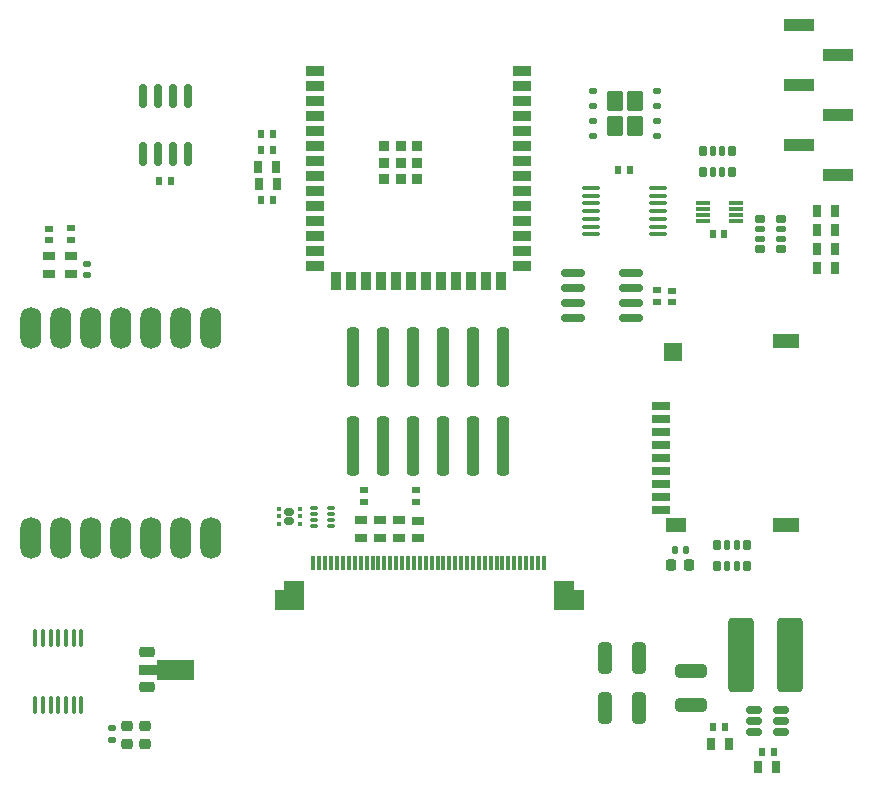
<source format=gbr>
%TF.GenerationSoftware,KiCad,Pcbnew,9.0.7*%
%TF.CreationDate,2026-02-15T10:00:23-06:00*%
%TF.ProjectId,grad_cap_display,67726164-5f63-4617-905f-646973706c61,rev?*%
%TF.SameCoordinates,Original*%
%TF.FileFunction,Paste,Top*%
%TF.FilePolarity,Positive*%
%FSLAX46Y46*%
G04 Gerber Fmt 4.6, Leading zero omitted, Abs format (unit mm)*
G04 Created by KiCad (PCBNEW 9.0.7) date 2026-02-15 10:00:23*
%MOMM*%
%LPD*%
G01*
G04 APERTURE LIST*
G04 Aperture macros list*
%AMRoundRect*
0 Rectangle with rounded corners*
0 $1 Rounding radius*
0 $2 $3 $4 $5 $6 $7 $8 $9 X,Y pos of 4 corners*
0 Add a 4 corners polygon primitive as box body*
4,1,4,$2,$3,$4,$5,$6,$7,$8,$9,$2,$3,0*
0 Add four circle primitives for the rounded corners*
1,1,$1+$1,$2,$3*
1,1,$1+$1,$4,$5*
1,1,$1+$1,$6,$7*
1,1,$1+$1,$8,$9*
0 Add four rect primitives between the rounded corners*
20,1,$1+$1,$2,$3,$4,$5,0*
20,1,$1+$1,$4,$5,$6,$7,0*
20,1,$1+$1,$6,$7,$8,$9,0*
20,1,$1+$1,$8,$9,$2,$3,0*%
%AMFreePoly0*
4,1,9,3.862500,-0.866500,0.737500,-0.866500,0.737500,-0.450000,-0.737500,-0.450000,-0.737500,0.450000,0.737500,0.450000,0.737500,0.866500,3.862500,0.866500,3.862500,-0.866500,3.862500,-0.866500,$1*%
G04 Aperture macros list end*
%ADD10C,0.010000*%
%ADD11RoundRect,0.225000X-0.425000X-0.225000X0.425000X-0.225000X0.425000X0.225000X-0.425000X0.225000X0*%
%ADD12FreePoly0,0.000000*%
%ADD13RoundRect,0.250000X-0.312500X-1.075000X0.312500X-1.075000X0.312500X1.075000X-0.312500X1.075000X0*%
%ADD14RoundRect,0.152500X0.152500X-0.297500X0.152500X0.297500X-0.152500X0.297500X-0.152500X-0.297500X0*%
%ADD15RoundRect,0.132500X0.132500X-0.317500X0.132500X0.317500X-0.132500X0.317500X-0.132500X-0.317500X0*%
%ADD16RoundRect,0.152500X-0.297500X-0.152500X0.297500X-0.152500X0.297500X0.152500X-0.297500X0.152500X0*%
%ADD17RoundRect,0.132500X-0.317500X-0.132500X0.317500X-0.132500X0.317500X0.132500X-0.317500X0.132500X0*%
%ADD18RoundRect,0.152500X-0.152500X0.297500X-0.152500X-0.297500X0.152500X-0.297500X0.152500X0.297500X0*%
%ADD19RoundRect,0.132500X-0.132500X0.317500X-0.132500X-0.317500X0.132500X-0.317500X0.132500X0.317500X0*%
%ADD20R,0.800000X1.000000*%
%ADD21R,0.600000X0.700000*%
%ADD22R,2.510000X1.000000*%
%ADD23R,0.300000X1.200000*%
%ADD24O,1.778000X3.556000*%
%ADD25RoundRect,0.150000X-0.150000X0.825000X-0.150000X-0.825000X0.150000X-0.825000X0.150000X0.825000X0*%
%ADD26RoundRect,0.100000X-0.100000X0.637500X-0.100000X-0.637500X0.100000X-0.637500X0.100000X0.637500X0*%
%ADD27RoundRect,0.150000X-0.825000X-0.150000X0.825000X-0.150000X0.825000X0.150000X-0.825000X0.150000X0*%
%ADD28RoundRect,0.250000X-0.435000X-0.615000X0.435000X-0.615000X0.435000X0.615000X-0.435000X0.615000X0*%
%ADD29RoundRect,0.125000X-0.250000X-0.125000X0.250000X-0.125000X0.250000X0.125000X-0.250000X0.125000X0*%
%ADD30RoundRect,0.150000X-0.512500X-0.150000X0.512500X-0.150000X0.512500X0.150000X-0.512500X0.150000X0*%
%ADD31RoundRect,0.100000X-0.637500X-0.100000X0.637500X-0.100000X0.637500X0.100000X-0.637500X0.100000X0*%
%ADD32R,1.500000X0.900000*%
%ADD33R,0.900000X1.500000*%
%ADD34R,0.900000X0.900000*%
%ADD35RoundRect,0.087500X0.537500X0.087500X-0.537500X0.087500X-0.537500X-0.087500X0.537500X-0.087500X0*%
%ADD36RoundRect,0.160000X-0.245000X-0.160000X0.245000X-0.160000X0.245000X0.160000X-0.245000X0.160000X0*%
%ADD37RoundRect,0.093750X-0.093750X-0.106250X0.093750X-0.106250X0.093750X0.106250X-0.093750X0.106250X0*%
%ADD38RoundRect,0.050000X0.285000X0.100000X-0.285000X0.100000X-0.285000X-0.100000X0.285000X-0.100000X0*%
%ADD39R,0.700000X0.600000*%
%ADD40RoundRect,0.250000X-1.075000X0.312500X-1.075000X-0.312500X1.075000X-0.312500X1.075000X0.312500X0*%
%ADD41RoundRect,0.322500X-0.752500X-2.827500X0.752500X-2.827500X0.752500X2.827500X-0.752500X2.827500X0*%
%ADD42R,1.600000X0.700000*%
%ADD43R,2.200000X1.200000*%
%ADD44R,1.500000X1.600000*%
%ADD45R,1.800000X1.200000*%
%ADD46RoundRect,0.250000X0.260000X-2.250000X0.260000X2.250000X-0.260000X2.250000X-0.260000X-2.250000X0*%
%ADD47R,1.000000X0.800000*%
%ADD48RoundRect,0.225000X-0.225000X-0.250000X0.225000X-0.250000X0.225000X0.250000X-0.225000X0.250000X0*%
%ADD49RoundRect,0.140000X-0.140000X-0.170000X0.140000X-0.170000X0.140000X0.170000X-0.140000X0.170000X0*%
%ADD50RoundRect,0.140000X-0.170000X0.140000X-0.170000X-0.140000X0.170000X-0.140000X0.170000X0.140000X0*%
%ADD51RoundRect,0.225000X-0.250000X0.225000X-0.250000X-0.225000X0.250000X-0.225000X0.250000X0.225000X0*%
%ADD52RoundRect,0.140000X0.170000X-0.140000X0.170000X0.140000X-0.170000X0.140000X-0.170000X-0.140000X0*%
G04 APERTURE END LIST*
D10*
%TO.C,J201*%
X-241980000Y621177500D02*
X-244380000Y621177500D01*
X-244380000Y622777500D01*
X-243580000Y622777500D01*
X-243580000Y623577500D01*
X-241980000Y623577500D01*
X-241980000Y621177500D01*
G36*
X-241980000Y621177500D02*
G01*
X-244380000Y621177500D01*
X-244380000Y622777500D01*
X-243580000Y622777500D01*
X-243580000Y623577500D01*
X-241980000Y623577500D01*
X-241980000Y621177500D01*
G37*
X-219080000Y622777500D02*
X-218280000Y622777500D01*
X-218280000Y621177500D01*
X-220680000Y621177500D01*
X-220680000Y623577500D01*
X-219080000Y623577500D01*
X-219080000Y622777500D01*
G36*
X-219080000Y622777500D02*
G01*
X-218280000Y622777500D01*
X-218280000Y621177500D01*
X-220680000Y621177500D01*
X-220680000Y623577500D01*
X-219080000Y623577500D01*
X-219080000Y622777500D01*
G37*
%TD*%
D11*
%TO.C,U1102*%
X-255200000Y617560000D03*
D12*
X-255112500Y616060000D03*
D11*
X-255200000Y614560000D03*
%TD*%
D13*
%TO.C,R206*%
X-216412500Y612840000D03*
X-213487500Y612840000D03*
%TD*%
%TO.C,R205*%
X-216412500Y617050000D03*
X-213487500Y617050000D03*
%TD*%
D14*
%TO.C,RN1101*%
X-206890000Y624810000D03*
D15*
X-206050000Y624810000D03*
X-205250000Y624810000D03*
D14*
X-204410000Y624810000D03*
X-204410000Y626580000D03*
D15*
X-205250000Y626580000D03*
X-206050000Y626580000D03*
D14*
X-206890000Y626580000D03*
%TD*%
D16*
%TO.C,RN202*%
X-203255000Y654170000D03*
D17*
X-203255000Y653330000D03*
X-203255000Y652530000D03*
D16*
X-203255000Y651690000D03*
X-201485000Y651690000D03*
D17*
X-201485000Y652530000D03*
X-201485000Y653330000D03*
D16*
X-201485000Y654170000D03*
%TD*%
D18*
%TO.C,RN201*%
X-205650000Y659940000D03*
D19*
X-206490000Y659940000D03*
X-207290000Y659940000D03*
D18*
X-208130000Y659940000D03*
X-208130000Y658170000D03*
D19*
X-207290000Y658170000D03*
X-206490000Y658170000D03*
D18*
X-205650000Y658170000D03*
%TD*%
D20*
%TO.C,D203*%
X-198460000Y653250000D03*
X-196960000Y653250000D03*
%TD*%
%TO.C,D202*%
X-196960000Y654850000D03*
X-198460000Y654850000D03*
%TD*%
%TO.C,D204*%
X-196960000Y651650000D03*
X-198460000Y651650000D03*
%TD*%
%TO.C,D205*%
X-196960000Y650050000D03*
X-198460000Y650050000D03*
%TD*%
D21*
%TO.C,R204*%
X-254182500Y657405000D03*
X-253182500Y657405000D03*
%TD*%
D22*
%TO.C,J101*%
X-200000000Y670650000D03*
X-196690000Y668110000D03*
X-200000000Y665570000D03*
X-196690000Y663030000D03*
X-200000000Y660490000D03*
X-196690000Y657950000D03*
%TD*%
D23*
%TO.C,J201*%
X-241080000Y625077500D03*
X-240580000Y625077500D03*
X-240080000Y625077500D03*
X-239580000Y625077500D03*
X-239080000Y625077500D03*
X-238580000Y625077500D03*
X-238080000Y625077500D03*
X-237580000Y625077500D03*
X-237080000Y625077500D03*
X-236580000Y625077500D03*
X-236080000Y625077500D03*
X-235580000Y625077500D03*
X-235080000Y625077500D03*
X-234580000Y625077500D03*
X-234080000Y625077500D03*
X-233580000Y625077500D03*
X-233080000Y625077500D03*
X-232580000Y625077500D03*
X-232080000Y625077500D03*
X-231580000Y625077500D03*
X-231080000Y625077500D03*
X-230580000Y625077500D03*
X-230080000Y625077500D03*
X-229580000Y625077500D03*
X-229080000Y625077500D03*
X-228580000Y625077500D03*
X-228080000Y625077500D03*
X-227580000Y625077500D03*
X-227080000Y625077500D03*
X-226580000Y625077500D03*
X-226080000Y625077500D03*
X-225580000Y625077500D03*
X-225080000Y625077500D03*
X-224580000Y625077500D03*
X-224080000Y625077500D03*
X-223580000Y625077500D03*
X-223080000Y625077500D03*
X-222580000Y625077500D03*
X-222080000Y625077500D03*
X-221580000Y625077500D03*
%TD*%
D24*
%TO.C,U1104*%
X-264972500Y627187500D03*
X-262432500Y627187500D03*
X-259892500Y627187500D03*
X-257352500Y627187500D03*
X-254812500Y627187500D03*
X-252272500Y627187500D03*
X-249732500Y627187500D03*
X-249732500Y644967500D03*
X-252272500Y644967500D03*
X-254812500Y644967500D03*
X-257352500Y644967500D03*
X-259892500Y644967500D03*
X-262432500Y644967500D03*
X-264972500Y644967500D03*
%TD*%
D25*
%TO.C,U1103*%
X-251702500Y664635000D03*
X-252972500Y664635000D03*
X-254242500Y664635000D03*
X-255512500Y664635000D03*
X-255512500Y659685000D03*
X-254242500Y659685000D03*
X-252972500Y659685000D03*
X-251702500Y659685000D03*
%TD*%
D26*
%TO.C,U1101*%
X-260740000Y618762500D03*
X-261390000Y618762500D03*
X-262040000Y618762500D03*
X-262690000Y618762500D03*
X-263340000Y618762500D03*
X-263990000Y618762500D03*
X-264640000Y618762500D03*
X-264640000Y613037500D03*
X-263990000Y613037500D03*
X-263340000Y613037500D03*
X-262690000Y613037500D03*
X-262040000Y613037500D03*
X-261390000Y613037500D03*
X-260740000Y613037500D03*
%TD*%
D27*
%TO.C,U208*%
X-219125000Y649667500D03*
X-219125000Y648397500D03*
X-219125000Y647127500D03*
X-219125000Y645857500D03*
X-214175000Y645857500D03*
X-214175000Y647127500D03*
X-214175000Y648397500D03*
X-214175000Y649667500D03*
%TD*%
D28*
%TO.C,U207*%
X-215540000Y664220000D03*
X-215540000Y662070000D03*
X-213840000Y664220000D03*
X-213840000Y662070000D03*
D29*
X-217390000Y665050000D03*
X-217390000Y663780000D03*
X-217390000Y662510000D03*
X-217390000Y661240000D03*
X-211990000Y661240000D03*
X-211990000Y662510000D03*
X-211990000Y663780000D03*
X-211990000Y665050000D03*
%TD*%
D30*
%TO.C,U206*%
X-203815001Y612640000D03*
X-203815001Y611690001D03*
X-203815001Y610740002D03*
X-201540001Y610740002D03*
X-201540001Y611690001D03*
X-201540001Y612640000D03*
%TD*%
D31*
%TO.C,U205*%
X-217620000Y656820000D03*
X-217620000Y656170000D03*
X-217620000Y655520000D03*
X-217620000Y654870000D03*
X-217620000Y654220000D03*
X-217620000Y653570000D03*
X-217620000Y652920000D03*
X-211895000Y652920000D03*
X-211895000Y653570000D03*
X-211895000Y654220000D03*
X-211895000Y654870000D03*
X-211895000Y655520000D03*
X-211895000Y656170000D03*
X-211895000Y656820000D03*
%TD*%
D32*
%TO.C,U204*%
X-223460000Y666700000D03*
X-223460000Y665430000D03*
X-223460000Y664160000D03*
X-223460000Y662890000D03*
X-223460000Y661620000D03*
X-223460000Y660350000D03*
X-223460000Y659080000D03*
X-223460000Y657810000D03*
X-223460000Y656540000D03*
X-223460000Y655270000D03*
X-223460000Y654000000D03*
X-223460000Y652730000D03*
X-223460000Y651460000D03*
X-223460000Y650190000D03*
D33*
X-225225000Y648940000D03*
X-226495000Y648940000D03*
X-227765000Y648940000D03*
X-229035000Y648940000D03*
X-230305000Y648940000D03*
X-231575000Y648940000D03*
X-232845000Y648940000D03*
X-234115000Y648940000D03*
X-235385000Y648940000D03*
X-236655000Y648940000D03*
X-237925000Y648940000D03*
X-239195000Y648940000D03*
D32*
X-240960000Y650190000D03*
X-240960000Y651460000D03*
X-240960000Y652730000D03*
X-240960000Y654000000D03*
X-240960000Y655270000D03*
X-240960000Y656540000D03*
X-240960000Y657810000D03*
X-240960000Y659080000D03*
X-240960000Y660350000D03*
X-240960000Y661620000D03*
X-240960000Y662890000D03*
X-240960000Y664160000D03*
X-240960000Y665430000D03*
X-240960000Y666700000D03*
D34*
X-232310000Y657580000D03*
X-232310000Y658980000D03*
X-232310000Y660380000D03*
X-233710000Y657580000D03*
X-233710000Y658980000D03*
X-233710000Y660380000D03*
X-235110000Y657580000D03*
X-235110000Y658980000D03*
X-235110000Y660380000D03*
%TD*%
D35*
%TO.C,U203*%
X-205310000Y654069998D03*
X-205310000Y654569999D03*
X-205310000Y655069999D03*
X-205310000Y655570000D03*
X-208110000Y655570000D03*
X-208110000Y655069999D03*
X-208110000Y654569999D03*
X-208110000Y654069998D03*
%TD*%
D36*
%TO.C,U202*%
X-243122500Y629430000D03*
X-243122500Y628630000D03*
D37*
X-244010000Y629680000D03*
X-244010000Y629030000D03*
X-244010000Y628380000D03*
X-242235000Y628380000D03*
X-242235000Y629030000D03*
X-242235000Y629680000D03*
%TD*%
D38*
%TO.C,U201*%
X-239572500Y628240000D03*
X-239572500Y628740000D03*
X-239572500Y629240000D03*
X-239572500Y629740000D03*
X-241052500Y629740000D03*
X-241052500Y629240000D03*
X-241052500Y628740000D03*
X-241052500Y628240000D03*
%TD*%
D39*
%TO.C,R1102*%
X-261579999Y652420001D03*
X-261579999Y653419999D03*
%TD*%
%TO.C,R1101*%
X-263460000Y652400001D03*
X-263460000Y653399999D03*
%TD*%
%TO.C,R203*%
X-212020000Y647160002D03*
X-212020000Y648160000D03*
%TD*%
D40*
%TO.C,R202*%
X-209155001Y615962501D03*
X-209155001Y613037501D03*
%TD*%
D21*
%TO.C,R201*%
X-245540000Y655820000D03*
X-244540000Y655820000D03*
%TD*%
D41*
%TO.C,L201*%
X-204905001Y617300000D03*
X-200730000Y617300000D03*
%TD*%
D42*
%TO.C,J1104*%
X-211690000Y629540000D03*
D43*
X-201090000Y643840000D03*
D44*
X-210640000Y642940000D03*
D43*
X-201090000Y628340000D03*
D45*
X-210390000Y628340000D03*
D42*
X-211690001Y630640000D03*
X-211690000Y631740000D03*
X-211690001Y632840000D03*
X-211690000Y633940000D03*
X-211690000Y635039999D03*
X-211690000Y636140000D03*
X-211690000Y637240000D03*
X-211690000Y638340000D03*
%TD*%
D46*
%TO.C,J3*%
X-237730000Y634960000D03*
X-237730000Y642560000D03*
X-235190000Y634960000D03*
X-235190000Y642560000D03*
X-232650000Y634960000D03*
X-232650000Y642560000D03*
X-230110000Y634960000D03*
X-230110000Y642560000D03*
X-227570000Y634960000D03*
X-227570000Y642560000D03*
X-225030000Y634960000D03*
X-225030000Y642560000D03*
%TD*%
D47*
%TO.C,D1102*%
X-261600000Y651050000D03*
X-261600000Y649550000D03*
%TD*%
%TO.C,D1101*%
X-263470000Y651049999D03*
X-263470000Y649549999D03*
%TD*%
D20*
%TO.C,D201*%
X-245690000Y657130000D03*
X-244190000Y657130000D03*
%TD*%
D48*
%TO.C,C1106*%
X-210800000Y624900000D03*
X-209250000Y624900000D03*
%TD*%
D49*
%TO.C,C1105*%
X-210505000Y626160000D03*
X-209545000Y626160000D03*
%TD*%
D50*
%TO.C,C1104*%
X-258150000Y611070000D03*
X-258150000Y610110000D03*
%TD*%
D51*
%TO.C,C1103*%
X-256890000Y611280000D03*
X-256890000Y609730000D03*
%TD*%
%TO.C,C1102*%
X-255350000Y611290000D03*
X-255350000Y609740000D03*
%TD*%
D52*
%TO.C,C1101*%
X-260230000Y649460000D03*
X-260230000Y650420000D03*
%TD*%
D39*
%TO.C,C216*%
X-210700000Y648149998D03*
X-210700000Y647150000D03*
%TD*%
D20*
%TO.C,C215*%
X-203420000Y607790000D03*
X-201920000Y607790000D03*
%TD*%
D21*
%TO.C,C214*%
X-207215001Y611170001D03*
X-206215001Y611170001D03*
%TD*%
%TO.C,C213*%
X-203110000Y609080000D03*
X-202110000Y609080000D03*
%TD*%
D20*
%TO.C,C212*%
X-207405001Y609730001D03*
X-205905001Y609730001D03*
%TD*%
D21*
%TO.C,C211*%
X-214280001Y658320000D03*
X-215279999Y658320000D03*
%TD*%
D39*
%TO.C,C210*%
X-232410000Y630220002D03*
X-232410000Y631220000D03*
%TD*%
D21*
%TO.C,C209*%
X-245520000Y660060000D03*
X-244520000Y660060000D03*
%TD*%
D39*
%TO.C,C208*%
X-236810000Y630220001D03*
X-236810000Y631219999D03*
%TD*%
D21*
%TO.C,C207*%
X-245520000Y661380000D03*
X-244520000Y661380000D03*
%TD*%
D47*
%TO.C,C206*%
X-232240000Y627170000D03*
X-232240000Y628670000D03*
%TD*%
D21*
%TO.C,C205*%
X-207290000Y652910000D03*
X-206290000Y652910000D03*
%TD*%
D20*
%TO.C,C204*%
X-245770000Y658620000D03*
X-244270000Y658620000D03*
%TD*%
D47*
%TO.C,C203*%
X-233830000Y627180000D03*
X-233830000Y628680000D03*
%TD*%
%TO.C,C202*%
X-235440000Y627190000D03*
X-235440000Y628690000D03*
%TD*%
%TO.C,C201*%
X-237020000Y627200000D03*
X-237020000Y628700000D03*
%TD*%
M02*

</source>
